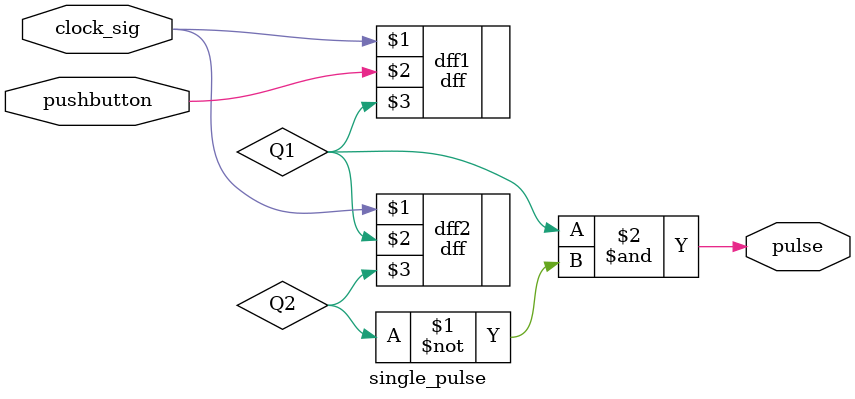
<source format=v>
`timescale 1ns / 1ps


module single_pulse(input clock_sig, pushbutton, output pulse);
    wire Q1;
    wire Q2;
    
    dff dff1(clock_sig, pushbutton,Q1);
    dff dff2(clock_sig, Q1, Q2);
    assign pulse = Q1 & (~Q2);
endmodule

</source>
